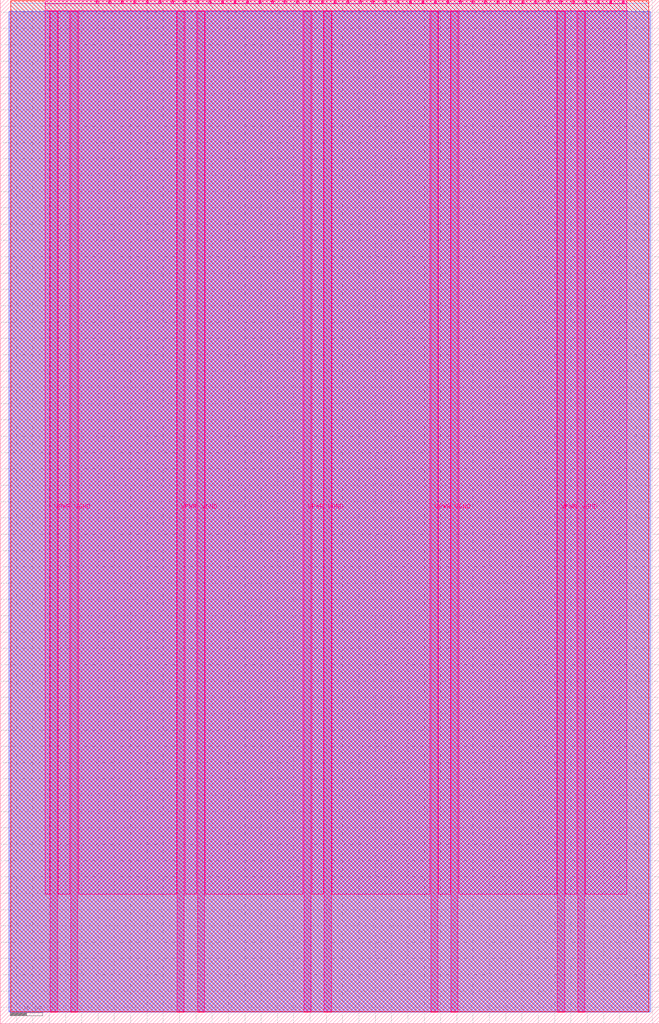
<source format=lef>
VERSION 5.7 ;
  NOWIREEXTENSIONATPIN ON ;
  DIVIDERCHAR "/" ;
  BUSBITCHARS "[]" ;
MACRO tt_um_strau0106_simple_viii
  CLASS BLOCK ;
  FOREIGN tt_um_strau0106_simple_viii ;
  ORIGIN 0.000 0.000 ;
  SIZE 202.080 BY 313.740 ;
  PIN VGND
    DIRECTION INOUT ;
    USE GROUND ;
    PORT
      LAYER Metal5 ;
        RECT 21.580 3.560 23.780 310.180 ;
    END
    PORT
      LAYER Metal5 ;
        RECT 60.450 3.560 62.650 310.180 ;
    END
    PORT
      LAYER Metal5 ;
        RECT 99.320 3.560 101.520 310.180 ;
    END
    PORT
      LAYER Metal5 ;
        RECT 138.190 3.560 140.390 310.180 ;
    END
    PORT
      LAYER Metal5 ;
        RECT 177.060 3.560 179.260 310.180 ;
    END
  END VGND
  PIN VPWR
    DIRECTION INOUT ;
    USE POWER ;
    PORT
      LAYER Metal5 ;
        RECT 15.380 3.560 17.580 310.180 ;
    END
    PORT
      LAYER Metal5 ;
        RECT 54.250 3.560 56.450 310.180 ;
    END
    PORT
      LAYER Metal5 ;
        RECT 93.120 3.560 95.320 310.180 ;
    END
    PORT
      LAYER Metal5 ;
        RECT 131.990 3.560 134.190 310.180 ;
    END
    PORT
      LAYER Metal5 ;
        RECT 170.860 3.560 173.060 310.180 ;
    END
  END VPWR
  PIN clk
    DIRECTION INPUT ;
    USE SIGNAL ;
    ANTENNAGATEAREA 0.213200 ;
    PORT
      LAYER Metal5 ;
        RECT 187.050 312.740 187.350 313.740 ;
    END
  END clk
  PIN ena
    DIRECTION INPUT ;
    USE SIGNAL ;
    PORT
      LAYER Metal5 ;
        RECT 190.890 312.740 191.190 313.740 ;
    END
  END ena
  PIN rst_n
    DIRECTION INPUT ;
    USE SIGNAL ;
    ANTENNAGATEAREA 0.842400 ;
    PORT
      LAYER Metal5 ;
        RECT 183.210 312.740 183.510 313.740 ;
    END
  END rst_n
  PIN ui_in[0]
    DIRECTION INPUT ;
    USE SIGNAL ;
    ANTENNAGATEAREA 0.213200 ;
    PORT
      LAYER Metal5 ;
        RECT 179.370 312.740 179.670 313.740 ;
    END
  END ui_in[0]
  PIN ui_in[1]
    DIRECTION INPUT ;
    USE SIGNAL ;
    ANTENNAGATEAREA 0.213200 ;
    PORT
      LAYER Metal5 ;
        RECT 175.530 312.740 175.830 313.740 ;
    END
  END ui_in[1]
  PIN ui_in[2]
    DIRECTION INPUT ;
    USE SIGNAL ;
    ANTENNAGATEAREA 0.213200 ;
    PORT
      LAYER Metal5 ;
        RECT 171.690 312.740 171.990 313.740 ;
    END
  END ui_in[2]
  PIN ui_in[3]
    DIRECTION INPUT ;
    USE SIGNAL ;
    ANTENNAGATEAREA 0.213200 ;
    PORT
      LAYER Metal5 ;
        RECT 167.850 312.740 168.150 313.740 ;
    END
  END ui_in[3]
  PIN ui_in[4]
    DIRECTION INPUT ;
    USE SIGNAL ;
    ANTENNAGATEAREA 0.180700 ;
    PORT
      LAYER Metal5 ;
        RECT 164.010 312.740 164.310 313.740 ;
    END
  END ui_in[4]
  PIN ui_in[5]
    DIRECTION INPUT ;
    USE SIGNAL ;
    ANTENNAGATEAREA 0.180700 ;
    PORT
      LAYER Metal5 ;
        RECT 160.170 312.740 160.470 313.740 ;
    END
  END ui_in[5]
  PIN ui_in[6]
    DIRECTION INPUT ;
    USE SIGNAL ;
    ANTENNAGATEAREA 0.180700 ;
    PORT
      LAYER Metal5 ;
        RECT 156.330 312.740 156.630 313.740 ;
    END
  END ui_in[6]
  PIN ui_in[7]
    DIRECTION INPUT ;
    USE SIGNAL ;
    ANTENNAGATEAREA 0.426400 ;
    PORT
      LAYER Metal5 ;
        RECT 152.490 312.740 152.790 313.740 ;
    END
  END ui_in[7]
  PIN uio_in[0]
    DIRECTION INPUT ;
    USE SIGNAL ;
    PORT
      LAYER Metal5 ;
        RECT 148.650 312.740 148.950 313.740 ;
    END
  END uio_in[0]
  PIN uio_in[1]
    DIRECTION INPUT ;
    USE SIGNAL ;
    ANTENNAGATEAREA 0.213200 ;
    PORT
      LAYER Metal5 ;
        RECT 144.810 312.740 145.110 313.740 ;
    END
  END uio_in[1]
  PIN uio_in[2]
    DIRECTION INPUT ;
    USE SIGNAL ;
    ANTENNAGATEAREA 0.213200 ;
    PORT
      LAYER Metal5 ;
        RECT 140.970 312.740 141.270 313.740 ;
    END
  END uio_in[2]
  PIN uio_in[3]
    DIRECTION INPUT ;
    USE SIGNAL ;
    PORT
      LAYER Metal5 ;
        RECT 137.130 312.740 137.430 313.740 ;
    END
  END uio_in[3]
  PIN uio_in[4]
    DIRECTION INPUT ;
    USE SIGNAL ;
    ANTENNAGATEAREA 0.213200 ;
    PORT
      LAYER Metal5 ;
        RECT 133.290 312.740 133.590 313.740 ;
    END
  END uio_in[4]
  PIN uio_in[5]
    DIRECTION INPUT ;
    USE SIGNAL ;
    ANTENNAGATEAREA 0.213200 ;
    PORT
      LAYER Metal5 ;
        RECT 129.450 312.740 129.750 313.740 ;
    END
  END uio_in[5]
  PIN uio_in[6]
    DIRECTION INPUT ;
    USE SIGNAL ;
    PORT
      LAYER Metal5 ;
        RECT 125.610 312.740 125.910 313.740 ;
    END
  END uio_in[6]
  PIN uio_in[7]
    DIRECTION INPUT ;
    USE SIGNAL ;
    PORT
      LAYER Metal5 ;
        RECT 121.770 312.740 122.070 313.740 ;
    END
  END uio_in[7]
  PIN uio_oe[0]
    DIRECTION OUTPUT ;
    USE SIGNAL ;
    ANTENNADIFFAREA 0.654800 ;
    PORT
      LAYER Metal5 ;
        RECT 56.490 312.740 56.790 313.740 ;
    END
  END uio_oe[0]
  PIN uio_oe[1]
    DIRECTION OUTPUT ;
    USE SIGNAL ;
    ANTENNADIFFAREA 0.706800 ;
    PORT
      LAYER Metal5 ;
        RECT 52.650 312.740 52.950 313.740 ;
    END
  END uio_oe[1]
  PIN uio_oe[2]
    DIRECTION OUTPUT ;
    USE SIGNAL ;
    ANTENNADIFFAREA 0.706800 ;
    PORT
      LAYER Metal5 ;
        RECT 48.810 312.740 49.110 313.740 ;
    END
  END uio_oe[2]
  PIN uio_oe[3]
    DIRECTION OUTPUT ;
    USE SIGNAL ;
    ANTENNADIFFAREA 0.654800 ;
    PORT
      LAYER Metal5 ;
        RECT 44.970 312.740 45.270 313.740 ;
    END
  END uio_oe[3]
  PIN uio_oe[4]
    DIRECTION OUTPUT ;
    USE SIGNAL ;
    ANTENNADIFFAREA 0.706800 ;
    PORT
      LAYER Metal5 ;
        RECT 41.130 312.740 41.430 313.740 ;
    END
  END uio_oe[4]
  PIN uio_oe[5]
    DIRECTION OUTPUT ;
    USE SIGNAL ;
    ANTENNAGATEAREA 0.639600 ;
    ANTENNADIFFAREA 0.706800 ;
    PORT
      LAYER Metal5 ;
        RECT 37.290 312.740 37.590 313.740 ;
    END
  END uio_oe[5]
  PIN uio_oe[6]
    DIRECTION OUTPUT ;
    USE SIGNAL ;
    ANTENNADIFFAREA 0.654800 ;
    PORT
      LAYER Metal5 ;
        RECT 33.450 312.740 33.750 313.740 ;
    END
  END uio_oe[6]
  PIN uio_oe[7]
    DIRECTION OUTPUT ;
    USE SIGNAL ;
    ANTENNADIFFAREA 0.654800 ;
    PORT
      LAYER Metal5 ;
        RECT 29.610 312.740 29.910 313.740 ;
    END
  END uio_oe[7]
  PIN uio_out[0]
    DIRECTION OUTPUT ;
    USE SIGNAL ;
    ANTENNADIFFAREA 0.706800 ;
    PORT
      LAYER Metal5 ;
        RECT 87.210 312.740 87.510 313.740 ;
    END
  END uio_out[0]
  PIN uio_out[1]
    DIRECTION OUTPUT ;
    USE SIGNAL ;
    ANTENNADIFFAREA 0.988000 ;
    PORT
      LAYER Metal5 ;
        RECT 83.370 312.740 83.670 313.740 ;
    END
  END uio_out[1]
  PIN uio_out[2]
    DIRECTION OUTPUT ;
    USE SIGNAL ;
    ANTENNADIFFAREA 1.124800 ;
    PORT
      LAYER Metal5 ;
        RECT 79.530 312.740 79.830 313.740 ;
    END
  END uio_out[2]
  PIN uio_out[3]
    DIRECTION OUTPUT ;
    USE SIGNAL ;
    ANTENNADIFFAREA 0.654800 ;
    PORT
      LAYER Metal5 ;
        RECT 75.690 312.740 75.990 313.740 ;
    END
  END uio_out[3]
  PIN uio_out[4]
    DIRECTION OUTPUT ;
    USE SIGNAL ;
    ANTENNADIFFAREA 0.677200 ;
    PORT
      LAYER Metal5 ;
        RECT 71.850 312.740 72.150 313.740 ;
    END
  END uio_out[4]
  PIN uio_out[5]
    DIRECTION OUTPUT ;
    USE SIGNAL ;
    ANTENNADIFFAREA 1.135700 ;
    PORT
      LAYER Metal5 ;
        RECT 68.010 312.740 68.310 313.740 ;
    END
  END uio_out[5]
  PIN uio_out[6]
    DIRECTION OUTPUT ;
    USE SIGNAL ;
    ANTENNADIFFAREA 0.706800 ;
    PORT
      LAYER Metal5 ;
        RECT 64.170 312.740 64.470 313.740 ;
    END
  END uio_out[6]
  PIN uio_out[7]
    DIRECTION OUTPUT ;
    USE SIGNAL ;
    ANTENNADIFFAREA 0.706800 ;
    PORT
      LAYER Metal5 ;
        RECT 60.330 312.740 60.630 313.740 ;
    END
  END uio_out[7]
  PIN uo_out[0]
    DIRECTION OUTPUT ;
    USE SIGNAL ;
    ANTENNAGATEAREA 0.762600 ;
    ANTENNADIFFAREA 0.632400 ;
    PORT
      LAYER Metal5 ;
        RECT 117.930 312.740 118.230 313.740 ;
    END
  END uo_out[0]
  PIN uo_out[1]
    DIRECTION OUTPUT ;
    USE SIGNAL ;
    ANTENNAGATEAREA 0.351000 ;
    ANTENNADIFFAREA 0.632400 ;
    PORT
      LAYER Metal5 ;
        RECT 114.090 312.740 114.390 313.740 ;
    END
  END uo_out[1]
  PIN uo_out[2]
    DIRECTION OUTPUT ;
    USE SIGNAL ;
    ANTENNAGATEAREA 0.777400 ;
    ANTENNADIFFAREA 0.632400 ;
    PORT
      LAYER Metal5 ;
        RECT 110.250 312.740 110.550 313.740 ;
    END
  END uo_out[2]
  PIN uo_out[3]
    DIRECTION OUTPUT ;
    USE SIGNAL ;
    ANTENNAGATEAREA 0.109200 ;
    ANTENNADIFFAREA 0.632400 ;
    PORT
      LAYER Metal5 ;
        RECT 106.410 312.740 106.710 313.740 ;
    END
  END uo_out[3]
  PIN uo_out[4]
    DIRECTION OUTPUT ;
    USE SIGNAL ;
    ANTENNAGATEAREA 0.806000 ;
    ANTENNADIFFAREA 0.632400 ;
    PORT
      LAYER Metal5 ;
        RECT 102.570 312.740 102.870 313.740 ;
    END
  END uo_out[4]
  PIN uo_out[5]
    DIRECTION OUTPUT ;
    USE SIGNAL ;
    ANTENNAGATEAREA 0.592800 ;
    ANTENNADIFFAREA 0.632400 ;
    PORT
      LAYER Metal5 ;
        RECT 98.730 312.740 99.030 313.740 ;
    END
  END uo_out[5]
  PIN uo_out[6]
    DIRECTION OUTPUT ;
    USE SIGNAL ;
    ANTENNAGATEAREA 0.109200 ;
    ANTENNADIFFAREA 0.632400 ;
    PORT
      LAYER Metal5 ;
        RECT 94.890 312.740 95.190 313.740 ;
    END
  END uo_out[6]
  PIN uo_out[7]
    DIRECTION OUTPUT ;
    USE SIGNAL ;
    ANTENNAGATEAREA 0.351000 ;
    ANTENNADIFFAREA 0.632400 ;
    PORT
      LAYER Metal5 ;
        RECT 91.050 312.740 91.350 313.740 ;
    END
  END uo_out[7]
  OBS
      LAYER GatPoly ;
        RECT 2.880 3.630 199.200 310.110 ;
      LAYER Metal1 ;
        RECT 2.880 3.560 199.200 310.180 ;
      LAYER Metal2 ;
        RECT 2.605 3.680 199.475 310.060 ;
      LAYER Metal3 ;
        RECT 3.260 3.635 198.820 312.625 ;
      LAYER Metal4 ;
        RECT 3.215 3.680 198.865 313.420 ;
      LAYER Metal5 ;
        RECT 13.820 312.530 29.400 313.465 ;
        RECT 30.120 312.530 33.240 313.465 ;
        RECT 33.960 312.530 37.080 313.465 ;
        RECT 37.800 312.530 40.920 313.465 ;
        RECT 41.640 312.530 44.760 313.465 ;
        RECT 45.480 312.530 48.600 313.465 ;
        RECT 49.320 312.530 52.440 313.465 ;
        RECT 53.160 312.530 56.280 313.465 ;
        RECT 57.000 312.530 60.120 313.465 ;
        RECT 60.840 312.530 63.960 313.465 ;
        RECT 64.680 312.530 67.800 313.465 ;
        RECT 68.520 312.530 71.640 313.465 ;
        RECT 72.360 312.530 75.480 313.465 ;
        RECT 76.200 312.530 79.320 313.465 ;
        RECT 80.040 312.530 83.160 313.465 ;
        RECT 83.880 312.530 87.000 313.465 ;
        RECT 87.720 312.530 90.840 313.465 ;
        RECT 91.560 312.530 94.680 313.465 ;
        RECT 95.400 312.530 98.520 313.465 ;
        RECT 99.240 312.530 102.360 313.465 ;
        RECT 103.080 312.530 106.200 313.465 ;
        RECT 106.920 312.530 110.040 313.465 ;
        RECT 110.760 312.530 113.880 313.465 ;
        RECT 114.600 312.530 117.720 313.465 ;
        RECT 118.440 312.530 121.560 313.465 ;
        RECT 122.280 312.530 125.400 313.465 ;
        RECT 126.120 312.530 129.240 313.465 ;
        RECT 129.960 312.530 133.080 313.465 ;
        RECT 133.800 312.530 136.920 313.465 ;
        RECT 137.640 312.530 140.760 313.465 ;
        RECT 141.480 312.530 144.600 313.465 ;
        RECT 145.320 312.530 148.440 313.465 ;
        RECT 149.160 312.530 152.280 313.465 ;
        RECT 153.000 312.530 156.120 313.465 ;
        RECT 156.840 312.530 159.960 313.465 ;
        RECT 160.680 312.530 163.800 313.465 ;
        RECT 164.520 312.530 167.640 313.465 ;
        RECT 168.360 312.530 171.480 313.465 ;
        RECT 172.200 312.530 175.320 313.465 ;
        RECT 176.040 312.530 179.160 313.465 ;
        RECT 179.880 312.530 183.000 313.465 ;
        RECT 183.720 312.530 186.840 313.465 ;
        RECT 187.560 312.530 190.680 313.465 ;
        RECT 191.400 312.530 192.100 313.465 ;
        RECT 13.820 310.390 192.100 312.530 ;
        RECT 13.820 39.755 15.170 310.390 ;
        RECT 17.790 39.755 21.370 310.390 ;
        RECT 23.990 39.755 54.040 310.390 ;
        RECT 56.660 39.755 60.240 310.390 ;
        RECT 62.860 39.755 92.910 310.390 ;
        RECT 95.530 39.755 99.110 310.390 ;
        RECT 101.730 39.755 131.780 310.390 ;
        RECT 134.400 39.755 137.980 310.390 ;
        RECT 140.600 39.755 170.650 310.390 ;
        RECT 173.270 39.755 176.850 310.390 ;
        RECT 179.470 39.755 192.100 310.390 ;
  END
END tt_um_strau0106_simple_viii
END LIBRARY


</source>
